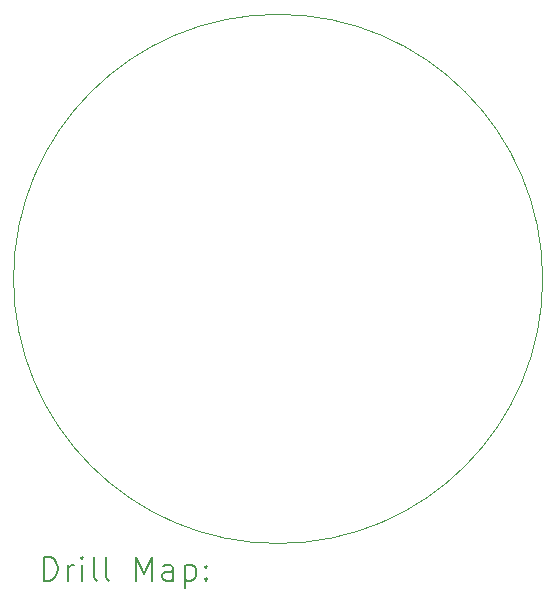
<source format=gbr>
%TF.GenerationSoftware,KiCad,Pcbnew,8.0.6*%
%TF.CreationDate,2024-11-23T11:55:01+01:00*%
%TF.ProjectId,ChristmasTreeBrain,43687269-7374-46d6-9173-547265654272,rev?*%
%TF.SameCoordinates,Original*%
%TF.FileFunction,Drillmap*%
%TF.FilePolarity,Positive*%
%FSLAX45Y45*%
G04 Gerber Fmt 4.5, Leading zero omitted, Abs format (unit mm)*
G04 Created by KiCad (PCBNEW 8.0.6) date 2024-11-23 11:55:01*
%MOMM*%
%LPD*%
G01*
G04 APERTURE LIST*
%ADD10C,0.050000*%
%ADD11C,0.200000*%
G04 APERTURE END LIST*
D10*
X22246500Y-5921000D02*
G75*
G02*
X17766500Y-5921000I-2240000J0D01*
G01*
X17766500Y-5921000D02*
G75*
G02*
X22246500Y-5921000I2240000J0D01*
G01*
D11*
X18024777Y-8474984D02*
X18024777Y-8274984D01*
X18024777Y-8274984D02*
X18072396Y-8274984D01*
X18072396Y-8274984D02*
X18100967Y-8284508D01*
X18100967Y-8284508D02*
X18120015Y-8303555D01*
X18120015Y-8303555D02*
X18129539Y-8322603D01*
X18129539Y-8322603D02*
X18139063Y-8360698D01*
X18139063Y-8360698D02*
X18139063Y-8389270D01*
X18139063Y-8389270D02*
X18129539Y-8427365D01*
X18129539Y-8427365D02*
X18120015Y-8446412D01*
X18120015Y-8446412D02*
X18100967Y-8465460D01*
X18100967Y-8465460D02*
X18072396Y-8474984D01*
X18072396Y-8474984D02*
X18024777Y-8474984D01*
X18224777Y-8474984D02*
X18224777Y-8341650D01*
X18224777Y-8379746D02*
X18234301Y-8360698D01*
X18234301Y-8360698D02*
X18243824Y-8351174D01*
X18243824Y-8351174D02*
X18262872Y-8341650D01*
X18262872Y-8341650D02*
X18281920Y-8341650D01*
X18348586Y-8474984D02*
X18348586Y-8341650D01*
X18348586Y-8274984D02*
X18339063Y-8284508D01*
X18339063Y-8284508D02*
X18348586Y-8294031D01*
X18348586Y-8294031D02*
X18358110Y-8284508D01*
X18358110Y-8284508D02*
X18348586Y-8274984D01*
X18348586Y-8274984D02*
X18348586Y-8294031D01*
X18472396Y-8474984D02*
X18453348Y-8465460D01*
X18453348Y-8465460D02*
X18443824Y-8446412D01*
X18443824Y-8446412D02*
X18443824Y-8274984D01*
X18577158Y-8474984D02*
X18558110Y-8465460D01*
X18558110Y-8465460D02*
X18548586Y-8446412D01*
X18548586Y-8446412D02*
X18548586Y-8274984D01*
X18805729Y-8474984D02*
X18805729Y-8274984D01*
X18805729Y-8274984D02*
X18872396Y-8417841D01*
X18872396Y-8417841D02*
X18939063Y-8274984D01*
X18939063Y-8274984D02*
X18939063Y-8474984D01*
X19120015Y-8474984D02*
X19120015Y-8370222D01*
X19120015Y-8370222D02*
X19110491Y-8351174D01*
X19110491Y-8351174D02*
X19091444Y-8341650D01*
X19091444Y-8341650D02*
X19053348Y-8341650D01*
X19053348Y-8341650D02*
X19034301Y-8351174D01*
X19120015Y-8465460D02*
X19100967Y-8474984D01*
X19100967Y-8474984D02*
X19053348Y-8474984D01*
X19053348Y-8474984D02*
X19034301Y-8465460D01*
X19034301Y-8465460D02*
X19024777Y-8446412D01*
X19024777Y-8446412D02*
X19024777Y-8427365D01*
X19024777Y-8427365D02*
X19034301Y-8408317D01*
X19034301Y-8408317D02*
X19053348Y-8398793D01*
X19053348Y-8398793D02*
X19100967Y-8398793D01*
X19100967Y-8398793D02*
X19120015Y-8389270D01*
X19215253Y-8341650D02*
X19215253Y-8541650D01*
X19215253Y-8351174D02*
X19234301Y-8341650D01*
X19234301Y-8341650D02*
X19272396Y-8341650D01*
X19272396Y-8341650D02*
X19291444Y-8351174D01*
X19291444Y-8351174D02*
X19300967Y-8360698D01*
X19300967Y-8360698D02*
X19310491Y-8379746D01*
X19310491Y-8379746D02*
X19310491Y-8436889D01*
X19310491Y-8436889D02*
X19300967Y-8455936D01*
X19300967Y-8455936D02*
X19291444Y-8465460D01*
X19291444Y-8465460D02*
X19272396Y-8474984D01*
X19272396Y-8474984D02*
X19234301Y-8474984D01*
X19234301Y-8474984D02*
X19215253Y-8465460D01*
X19396205Y-8455936D02*
X19405729Y-8465460D01*
X19405729Y-8465460D02*
X19396205Y-8474984D01*
X19396205Y-8474984D02*
X19386682Y-8465460D01*
X19386682Y-8465460D02*
X19396205Y-8455936D01*
X19396205Y-8455936D02*
X19396205Y-8474984D01*
X19396205Y-8351174D02*
X19405729Y-8360698D01*
X19405729Y-8360698D02*
X19396205Y-8370222D01*
X19396205Y-8370222D02*
X19386682Y-8360698D01*
X19386682Y-8360698D02*
X19396205Y-8351174D01*
X19396205Y-8351174D02*
X19396205Y-8370222D01*
M02*

</source>
